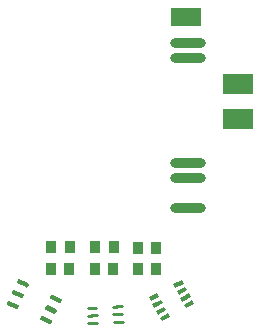
<source format=gbr>
G04 #@! TF.GenerationSoftware,KiCad,Pcbnew,(5.0.2)-1*
G04 #@! TF.CreationDate,2019-07-28T22:47:38+08:00*
G04 #@! TF.ProjectId,I2CS,49324353-2e6b-4696-9361-645f70636258,rev?*
G04 #@! TF.SameCoordinates,Original*
G04 #@! TF.FileFunction,Paste,Top*
G04 #@! TF.FilePolarity,Positive*
%FSLAX46Y46*%
G04 Gerber Fmt 4.6, Leading zero omitted, Abs format (unit mm)*
G04 Created by KiCad (PCBNEW (5.0.2)-1) date 2019-07-28 22:47:38*
%MOMM*%
%LPD*%
G01*
G04 APERTURE LIST*
%ADD10R,0.930000X0.980000*%
%ADD11R,2.500000X1.500000*%
%ADD12O,3.000000X0.800000*%
%ADD13C,0.100000*%
%ADD14C,0.400000*%
%ADD15C,0.350000*%
%ADD16R,2.600000X1.800000*%
%ADD17C,0.250000*%
%ADD18C,0.250000*%
G04 APERTURE END LIST*
D10*
G04 #@! TO.C,C2*
X133925820Y-115222020D03*
X135465820Y-115222020D03*
G04 #@! TD*
G04 #@! TO.C,R1*
X139083540Y-115244880D03*
X137543540Y-115244880D03*
G04 #@! TD*
D11*
G04 #@! TO.C,U1*
X141592300Y-95679260D03*
D12*
X141742160Y-97904300D03*
X141742160Y-99174300D03*
X141742160Y-108064300D03*
X141742160Y-109334300D03*
X141765020Y-111874300D03*
G04 #@! TD*
D13*
G04 #@! TO.C,U2*
G36*
X130281488Y-119222197D02*
X130291123Y-119224059D01*
X130300529Y-119226856D01*
X130309616Y-119230562D01*
X131034662Y-119568657D01*
X131043342Y-119573236D01*
X131051531Y-119578644D01*
X131059151Y-119584828D01*
X131066128Y-119591729D01*
X131072395Y-119599281D01*
X131077891Y-119607411D01*
X131082564Y-119616040D01*
X131086369Y-119625086D01*
X131089269Y-119634461D01*
X131091236Y-119644076D01*
X131092251Y-119653837D01*
X131092305Y-119663650D01*
X131091396Y-119673421D01*
X131089534Y-119683057D01*
X131086737Y-119692463D01*
X131083031Y-119701550D01*
X130998507Y-119882811D01*
X130993928Y-119891491D01*
X130988520Y-119899680D01*
X130982336Y-119907300D01*
X130975435Y-119914277D01*
X130967883Y-119920544D01*
X130959753Y-119926040D01*
X130951124Y-119930714D01*
X130942078Y-119934518D01*
X130932702Y-119937418D01*
X130923088Y-119939385D01*
X130913327Y-119940400D01*
X130903514Y-119940454D01*
X130893742Y-119939545D01*
X130884107Y-119937683D01*
X130874701Y-119934886D01*
X130865614Y-119931180D01*
X130140568Y-119593085D01*
X130131888Y-119588506D01*
X130123699Y-119583098D01*
X130116079Y-119576914D01*
X130109102Y-119570013D01*
X130102835Y-119562461D01*
X130097339Y-119554331D01*
X130092666Y-119545702D01*
X130088861Y-119536656D01*
X130085961Y-119527281D01*
X130083994Y-119517666D01*
X130082979Y-119507905D01*
X130082925Y-119498092D01*
X130083834Y-119488321D01*
X130085696Y-119478685D01*
X130088493Y-119469279D01*
X130092199Y-119460192D01*
X130176723Y-119278931D01*
X130181302Y-119270251D01*
X130186710Y-119262062D01*
X130192894Y-119254442D01*
X130199795Y-119247465D01*
X130207347Y-119241198D01*
X130215477Y-119235702D01*
X130224106Y-119231028D01*
X130233152Y-119227224D01*
X130242528Y-119224324D01*
X130252142Y-119222357D01*
X130261903Y-119221342D01*
X130271716Y-119221288D01*
X130281488Y-119222197D01*
X130281488Y-119222197D01*
G37*
D14*
X130587615Y-119580871D03*
D13*
G36*
X129858870Y-120128504D02*
X129868505Y-120130366D01*
X129877911Y-120133163D01*
X129886998Y-120136869D01*
X130612044Y-120474964D01*
X130620724Y-120479543D01*
X130628913Y-120484951D01*
X130636533Y-120491135D01*
X130643510Y-120498036D01*
X130649777Y-120505588D01*
X130655273Y-120513718D01*
X130659946Y-120522347D01*
X130663751Y-120531393D01*
X130666651Y-120540768D01*
X130668618Y-120550383D01*
X130669633Y-120560144D01*
X130669687Y-120569957D01*
X130668778Y-120579728D01*
X130666916Y-120589364D01*
X130664119Y-120598770D01*
X130660413Y-120607857D01*
X130575889Y-120789118D01*
X130571310Y-120797798D01*
X130565902Y-120805987D01*
X130559718Y-120813607D01*
X130552817Y-120820584D01*
X130545265Y-120826851D01*
X130537135Y-120832347D01*
X130528506Y-120837021D01*
X130519460Y-120840825D01*
X130510084Y-120843725D01*
X130500470Y-120845692D01*
X130490709Y-120846707D01*
X130480896Y-120846761D01*
X130471124Y-120845852D01*
X130461489Y-120843990D01*
X130452083Y-120841193D01*
X130442996Y-120837487D01*
X129717950Y-120499392D01*
X129709270Y-120494813D01*
X129701081Y-120489405D01*
X129693461Y-120483221D01*
X129686484Y-120476320D01*
X129680217Y-120468768D01*
X129674721Y-120460638D01*
X129670048Y-120452009D01*
X129666243Y-120442963D01*
X129663343Y-120433588D01*
X129661376Y-120423973D01*
X129660361Y-120414212D01*
X129660307Y-120404399D01*
X129661216Y-120394628D01*
X129663078Y-120384992D01*
X129665875Y-120375586D01*
X129669581Y-120366499D01*
X129754105Y-120185238D01*
X129758684Y-120176558D01*
X129764092Y-120168369D01*
X129770276Y-120160749D01*
X129777177Y-120153772D01*
X129784729Y-120147505D01*
X129792859Y-120142009D01*
X129801488Y-120137335D01*
X129810534Y-120133531D01*
X129819910Y-120130631D01*
X129829524Y-120128664D01*
X129839285Y-120127649D01*
X129849098Y-120127595D01*
X129858870Y-120128504D01*
X129858870Y-120128504D01*
G37*
D14*
X130164997Y-120487178D03*
D13*
G36*
X129436252Y-121034812D02*
X129445887Y-121036674D01*
X129455293Y-121039471D01*
X129464380Y-121043177D01*
X130189426Y-121381272D01*
X130198106Y-121385851D01*
X130206295Y-121391259D01*
X130213915Y-121397443D01*
X130220892Y-121404344D01*
X130227159Y-121411896D01*
X130232655Y-121420026D01*
X130237328Y-121428655D01*
X130241133Y-121437701D01*
X130244033Y-121447076D01*
X130246000Y-121456691D01*
X130247015Y-121466452D01*
X130247069Y-121476265D01*
X130246160Y-121486036D01*
X130244298Y-121495672D01*
X130241501Y-121505078D01*
X130237795Y-121514165D01*
X130153271Y-121695426D01*
X130148692Y-121704106D01*
X130143284Y-121712295D01*
X130137100Y-121719915D01*
X130130199Y-121726892D01*
X130122647Y-121733159D01*
X130114517Y-121738655D01*
X130105888Y-121743329D01*
X130096842Y-121747133D01*
X130087466Y-121750033D01*
X130077852Y-121752000D01*
X130068091Y-121753015D01*
X130058278Y-121753069D01*
X130048506Y-121752160D01*
X130038871Y-121750298D01*
X130029465Y-121747501D01*
X130020378Y-121743795D01*
X129295332Y-121405700D01*
X129286652Y-121401121D01*
X129278463Y-121395713D01*
X129270843Y-121389529D01*
X129263866Y-121382628D01*
X129257599Y-121375076D01*
X129252103Y-121366946D01*
X129247430Y-121358317D01*
X129243625Y-121349271D01*
X129240725Y-121339896D01*
X129238758Y-121330281D01*
X129237743Y-121320520D01*
X129237689Y-121310707D01*
X129238598Y-121300936D01*
X129240460Y-121291300D01*
X129243257Y-121281894D01*
X129246963Y-121272807D01*
X129331487Y-121091546D01*
X129336066Y-121082866D01*
X129341474Y-121074677D01*
X129347658Y-121067057D01*
X129354559Y-121060080D01*
X129362111Y-121053813D01*
X129370241Y-121048317D01*
X129378870Y-121043643D01*
X129387916Y-121039839D01*
X129397292Y-121036939D01*
X129406906Y-121034972D01*
X129416667Y-121033957D01*
X129426480Y-121033903D01*
X129436252Y-121034812D01*
X129436252Y-121034812D01*
G37*
D14*
X129742379Y-121393486D03*
D13*
G36*
X126626698Y-119724695D02*
X126636333Y-119726557D01*
X126645739Y-119729354D01*
X126654826Y-119733060D01*
X127379872Y-120071155D01*
X127388552Y-120075734D01*
X127396741Y-120081142D01*
X127404361Y-120087326D01*
X127411338Y-120094227D01*
X127417605Y-120101779D01*
X127423101Y-120109909D01*
X127427774Y-120118538D01*
X127431579Y-120127584D01*
X127434479Y-120136959D01*
X127436446Y-120146574D01*
X127437461Y-120156335D01*
X127437515Y-120166148D01*
X127436606Y-120175919D01*
X127434744Y-120185555D01*
X127431947Y-120194961D01*
X127428241Y-120204048D01*
X127343717Y-120385309D01*
X127339138Y-120393989D01*
X127333730Y-120402178D01*
X127327546Y-120409798D01*
X127320645Y-120416775D01*
X127313093Y-120423042D01*
X127304963Y-120428538D01*
X127296334Y-120433212D01*
X127287288Y-120437016D01*
X127277912Y-120439916D01*
X127268298Y-120441883D01*
X127258537Y-120442898D01*
X127248724Y-120442952D01*
X127238952Y-120442043D01*
X127229317Y-120440181D01*
X127219911Y-120437384D01*
X127210824Y-120433678D01*
X126485778Y-120095583D01*
X126477098Y-120091004D01*
X126468909Y-120085596D01*
X126461289Y-120079412D01*
X126454312Y-120072511D01*
X126448045Y-120064959D01*
X126442549Y-120056829D01*
X126437876Y-120048200D01*
X126434071Y-120039154D01*
X126431171Y-120029779D01*
X126429204Y-120020164D01*
X126428189Y-120010403D01*
X126428135Y-120000590D01*
X126429044Y-119990819D01*
X126430906Y-119981183D01*
X126433703Y-119971777D01*
X126437409Y-119962690D01*
X126521933Y-119781429D01*
X126526512Y-119772749D01*
X126531920Y-119764560D01*
X126538104Y-119756940D01*
X126545005Y-119749963D01*
X126552557Y-119743696D01*
X126560687Y-119738200D01*
X126569316Y-119733526D01*
X126578362Y-119729722D01*
X126587738Y-119726822D01*
X126597352Y-119724855D01*
X126607113Y-119723840D01*
X126616926Y-119723786D01*
X126626698Y-119724695D01*
X126626698Y-119724695D01*
G37*
D14*
X126932825Y-120083369D03*
D13*
G36*
X127049316Y-118818388D02*
X127058951Y-118820250D01*
X127068357Y-118823047D01*
X127077444Y-118826753D01*
X127802490Y-119164848D01*
X127811170Y-119169427D01*
X127819359Y-119174835D01*
X127826979Y-119181019D01*
X127833956Y-119187920D01*
X127840223Y-119195472D01*
X127845719Y-119203602D01*
X127850392Y-119212231D01*
X127854197Y-119221277D01*
X127857097Y-119230652D01*
X127859064Y-119240267D01*
X127860079Y-119250028D01*
X127860133Y-119259841D01*
X127859224Y-119269612D01*
X127857362Y-119279248D01*
X127854565Y-119288654D01*
X127850859Y-119297741D01*
X127766335Y-119479002D01*
X127761756Y-119487682D01*
X127756348Y-119495871D01*
X127750164Y-119503491D01*
X127743263Y-119510468D01*
X127735711Y-119516735D01*
X127727581Y-119522231D01*
X127718952Y-119526905D01*
X127709906Y-119530709D01*
X127700530Y-119533609D01*
X127690916Y-119535576D01*
X127681155Y-119536591D01*
X127671342Y-119536645D01*
X127661570Y-119535736D01*
X127651935Y-119533874D01*
X127642529Y-119531077D01*
X127633442Y-119527371D01*
X126908396Y-119189276D01*
X126899716Y-119184697D01*
X126891527Y-119179289D01*
X126883907Y-119173105D01*
X126876930Y-119166204D01*
X126870663Y-119158652D01*
X126865167Y-119150522D01*
X126860494Y-119141893D01*
X126856689Y-119132847D01*
X126853789Y-119123472D01*
X126851822Y-119113857D01*
X126850807Y-119104096D01*
X126850753Y-119094283D01*
X126851662Y-119084512D01*
X126853524Y-119074876D01*
X126856321Y-119065470D01*
X126860027Y-119056383D01*
X126944551Y-118875122D01*
X126949130Y-118866442D01*
X126954538Y-118858253D01*
X126960722Y-118850633D01*
X126967623Y-118843656D01*
X126975175Y-118837389D01*
X126983305Y-118831893D01*
X126991934Y-118827219D01*
X127000980Y-118823415D01*
X127010356Y-118820515D01*
X127019970Y-118818548D01*
X127029731Y-118817533D01*
X127039544Y-118817479D01*
X127049316Y-118818388D01*
X127049316Y-118818388D01*
G37*
D14*
X127355443Y-119177062D03*
D13*
G36*
X127471934Y-117912080D02*
X127481569Y-117913942D01*
X127490975Y-117916739D01*
X127500062Y-117920445D01*
X128225108Y-118258540D01*
X128233788Y-118263119D01*
X128241977Y-118268527D01*
X128249597Y-118274711D01*
X128256574Y-118281612D01*
X128262841Y-118289164D01*
X128268337Y-118297294D01*
X128273010Y-118305923D01*
X128276815Y-118314969D01*
X128279715Y-118324344D01*
X128281682Y-118333959D01*
X128282697Y-118343720D01*
X128282751Y-118353533D01*
X128281842Y-118363304D01*
X128279980Y-118372940D01*
X128277183Y-118382346D01*
X128273477Y-118391433D01*
X128188953Y-118572694D01*
X128184374Y-118581374D01*
X128178966Y-118589563D01*
X128172782Y-118597183D01*
X128165881Y-118604160D01*
X128158329Y-118610427D01*
X128150199Y-118615923D01*
X128141570Y-118620597D01*
X128132524Y-118624401D01*
X128123148Y-118627301D01*
X128113534Y-118629268D01*
X128103773Y-118630283D01*
X128093960Y-118630337D01*
X128084188Y-118629428D01*
X128074553Y-118627566D01*
X128065147Y-118624769D01*
X128056060Y-118621063D01*
X127331014Y-118282968D01*
X127322334Y-118278389D01*
X127314145Y-118272981D01*
X127306525Y-118266797D01*
X127299548Y-118259896D01*
X127293281Y-118252344D01*
X127287785Y-118244214D01*
X127283112Y-118235585D01*
X127279307Y-118226539D01*
X127276407Y-118217164D01*
X127274440Y-118207549D01*
X127273425Y-118197788D01*
X127273371Y-118187975D01*
X127274280Y-118178204D01*
X127276142Y-118168568D01*
X127278939Y-118159162D01*
X127282645Y-118150075D01*
X127367169Y-117968814D01*
X127371748Y-117960134D01*
X127377156Y-117951945D01*
X127383340Y-117944325D01*
X127390241Y-117937348D01*
X127397793Y-117931081D01*
X127405923Y-117925585D01*
X127414552Y-117920911D01*
X127423598Y-117917107D01*
X127432974Y-117914207D01*
X127442588Y-117912240D01*
X127452349Y-117911225D01*
X127462162Y-117911171D01*
X127471934Y-117912080D01*
X127471934Y-117912080D01*
G37*
D14*
X127778061Y-118270754D03*
G04 #@! TD*
D15*
G04 #@! TO.C,U3*
X139800991Y-121148103D03*
D13*
G36*
X139529969Y-121490407D02*
X139365654Y-121181376D01*
X140072013Y-120805799D01*
X140236328Y-121114830D01*
X139529969Y-121490407D01*
X139529969Y-121490407D01*
G37*
D15*
X139495835Y-120574187D03*
D13*
G36*
X139224813Y-120916491D02*
X139060498Y-120607460D01*
X139766857Y-120231883D01*
X139931172Y-120540914D01*
X139224813Y-120916491D01*
X139224813Y-120916491D01*
G37*
D15*
X139190678Y-120000271D03*
D13*
G36*
X138919656Y-120342575D02*
X138755341Y-120033544D01*
X139461700Y-119657967D01*
X139626015Y-119966998D01*
X138919656Y-120342575D01*
X138919656Y-120342575D01*
G37*
D15*
X138885522Y-119426355D03*
D13*
G36*
X138614500Y-119768659D02*
X138450185Y-119459628D01*
X139156544Y-119084051D01*
X139320859Y-119393082D01*
X138614500Y-119768659D01*
X138614500Y-119768659D01*
G37*
D15*
X140960449Y-118323097D03*
D13*
G36*
X140689427Y-118665401D02*
X140525112Y-118356370D01*
X141231471Y-117980793D01*
X141395786Y-118289824D01*
X140689427Y-118665401D01*
X140689427Y-118665401D01*
G37*
D15*
X141265605Y-118897013D03*
D13*
G36*
X140994583Y-119239317D02*
X140830268Y-118930286D01*
X141536627Y-118554709D01*
X141700942Y-118863740D01*
X140994583Y-119239317D01*
X140994583Y-119239317D01*
G37*
D15*
X141570762Y-119470929D03*
D13*
G36*
X141299740Y-119813233D02*
X141135425Y-119504202D01*
X141841784Y-119128625D01*
X142006099Y-119437656D01*
X141299740Y-119813233D01*
X141299740Y-119813233D01*
G37*
D15*
X141875918Y-120044845D03*
D13*
G36*
X141604896Y-120387149D02*
X141440581Y-120078118D01*
X142146940Y-119702541D01*
X142311255Y-120011572D01*
X141604896Y-120387149D01*
X141604896Y-120387149D01*
G37*
G04 #@! TD*
D16*
G04 #@! TO.C,C1*
X146014441Y-104385240D03*
X146014439Y-101385240D03*
G04 #@! TD*
D10*
G04 #@! TO.C,R2*
X131740400Y-115224560D03*
X130200400Y-115224560D03*
G04 #@! TD*
G04 #@! TO.C,C3*
X131714240Y-117055900D03*
X130174240Y-117055900D03*
G04 #@! TD*
G04 #@! TO.C,C4*
X139070840Y-117053360D03*
X137530840Y-117053360D03*
G04 #@! TD*
G04 #@! TO.C,R3*
X133920740Y-117055900D03*
X135460740Y-117055900D03*
G04 #@! TD*
D17*
G04 #@! TO.C,OPT1*
X135867140Y-121526300D03*
D18*
X135492654Y-121545926D02*
X136241626Y-121506674D01*
D17*
X135833122Y-120877191D03*
D18*
X135458636Y-120896817D02*
X136207608Y-120857565D01*
D17*
X135799103Y-120228081D03*
D18*
X135424617Y-120247707D02*
X136173589Y-120208455D01*
D17*
X133716172Y-121639027D03*
D18*
X133341686Y-121658653D02*
X134090658Y-121619401D01*
D17*
X133682154Y-120989918D03*
D18*
X133307668Y-121009544D02*
X134056640Y-120970292D01*
D17*
X133648135Y-120340809D03*
D18*
X133273649Y-120360435D02*
X134022621Y-120321183D01*
G04 #@! TD*
M02*

</source>
